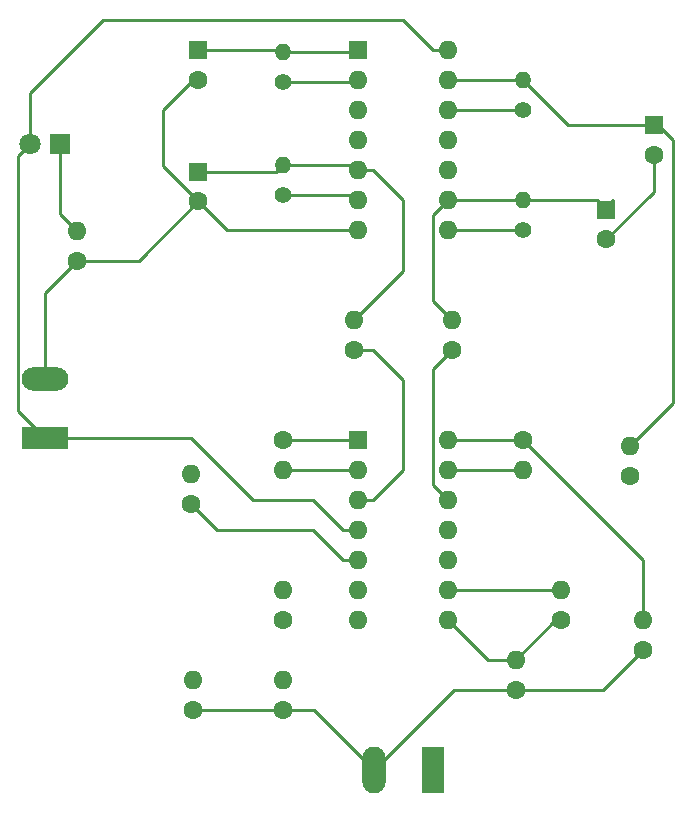
<source format=gbr>
%TF.GenerationSoftware,KiCad,Pcbnew,6.0.11+dfsg-1~bpo11+1*%
%TF.CreationDate,2023-11-18T19:09:39+01:00*%
%TF.ProjectId,lux106_001,6c757831-3036-45f3-9030-312e6b696361,rev?*%
%TF.SameCoordinates,Original*%
%TF.FileFunction,Copper,L1,Top*%
%TF.FilePolarity,Positive*%
%FSLAX46Y46*%
G04 Gerber Fmt 4.6, Leading zero omitted, Abs format (unit mm)*
G04 Created by KiCad (PCBNEW 6.0.11+dfsg-1~bpo11+1) date 2023-11-18 19:09:39*
%MOMM*%
%LPD*%
G01*
G04 APERTURE LIST*
%TA.AperFunction,ComponentPad*%
%ADD10C,1.400000*%
%TD*%
%TA.AperFunction,ComponentPad*%
%ADD11O,1.400000X1.400000*%
%TD*%
%TA.AperFunction,ComponentPad*%
%ADD12C,1.600000*%
%TD*%
%TA.AperFunction,ComponentPad*%
%ADD13O,1.600000X1.600000*%
%TD*%
%TA.AperFunction,ComponentPad*%
%ADD14R,3.960000X1.980000*%
%TD*%
%TA.AperFunction,ComponentPad*%
%ADD15O,3.960000X1.980000*%
%TD*%
%TA.AperFunction,ComponentPad*%
%ADD16R,1.600000X1.600000*%
%TD*%
%TA.AperFunction,ComponentPad*%
%ADD17R,1.800000X1.800000*%
%TD*%
%TA.AperFunction,ComponentPad*%
%ADD18C,1.800000*%
%TD*%
%TA.AperFunction,ComponentPad*%
%ADD19R,1.980000X3.960000*%
%TD*%
%TA.AperFunction,ComponentPad*%
%ADD20O,1.980000X3.960000*%
%TD*%
%TA.AperFunction,Conductor*%
%ADD21C,0.250000*%
%TD*%
G04 APERTURE END LIST*
D10*
%TO.P,R11,1*%
%TO.N,Net-(R11-Pad1)*%
X167640000Y-66040000D03*
D11*
%TO.P,R11,2*%
%TO.N,Net-(C3-Pad1)*%
X167640000Y-63500000D03*
%TD*%
D12*
%TO.P,R1,1*%
%TO.N,Net-(R1-Pad1)*%
X139519962Y-99401221D03*
D13*
%TO.P,R1,2*%
%TO.N,Net-(C1-Pad1)*%
X139519962Y-96861221D03*
%TD*%
D14*
%TO.P,BT1,1,+*%
%TO.N,VCC*%
X127185000Y-93810000D03*
D15*
%TO.P,BT1,2,-*%
%TO.N,Earth*%
X127185000Y-88810000D03*
%TD*%
D12*
%TO.P,R9,1*%
%TO.N,Net-(R9-Pad1)*%
X176718544Y-97030000D03*
D13*
%TO.P,R9,2*%
%TO.N,Net-(C3-Pad1)*%
X176718544Y-94490000D03*
%TD*%
D12*
%TO.P,R16,1*%
%TO.N,OUT*%
X167011380Y-115128681D03*
D13*
%TO.P,R16,2*%
%TO.N,Net-(R7-Pad1)*%
X167011380Y-112588681D03*
%TD*%
D16*
%TO.P,C4,1*%
%TO.N,Net-(C4-Pad1)*%
X174690000Y-74455580D03*
D12*
%TO.P,C4,2*%
%TO.N,Earth*%
X174690000Y-76955580D03*
%TD*%
D16*
%TO.P,U1,1*%
%TO.N,Net-(C1-Pad1)*%
X153680000Y-60955000D03*
D13*
%TO.P,U1,2*%
%TO.N,Net-(R6-Pad1)*%
X153680000Y-63495000D03*
%TO.P,U1,3*%
%TO.N,unconnected-(U1-Pad3)*%
X153680000Y-66035000D03*
%TO.P,U1,4*%
%TO.N,unconnected-(U1-Pad4)*%
X153680000Y-68575000D03*
%TO.P,U1,5*%
%TO.N,Net-(C2-Pad1)*%
X153680000Y-71115000D03*
%TO.P,U1,6*%
%TO.N,Net-(R4-Pad1)*%
X153680000Y-73655000D03*
%TO.P,U1,7,VSS*%
%TO.N,Earth*%
X153680000Y-76195000D03*
%TO.P,U1,8*%
%TO.N,Net-(R12-Pad1)*%
X161300000Y-76195000D03*
%TO.P,U1,9*%
%TO.N,Net-(C4-Pad1)*%
X161300000Y-73655000D03*
%TO.P,U1,10*%
%TO.N,unconnected-(U1-Pad10)*%
X161300000Y-71115000D03*
%TO.P,U1,11*%
%TO.N,unconnected-(U1-Pad11)*%
X161300000Y-68575000D03*
%TO.P,U1,12*%
%TO.N,Net-(R11-Pad1)*%
X161300000Y-66035000D03*
%TO.P,U1,13*%
%TO.N,Net-(C3-Pad1)*%
X161300000Y-63495000D03*
%TO.P,U1,14,VDD*%
%TO.N,VCC*%
X161300000Y-60955000D03*
%TD*%
D12*
%TO.P,R3,1*%
%TO.N,Net-(R3-Pad1)*%
X153310000Y-86360000D03*
D13*
%TO.P,R3,2*%
%TO.N,Net-(C2-Pad1)*%
X153310000Y-83820000D03*
%TD*%
D16*
%TO.P,C3,1*%
%TO.N,Net-(C3-Pad1)*%
X178717500Y-67290000D03*
D12*
%TO.P,C3,2*%
%TO.N,Earth*%
X178717500Y-69790000D03*
%TD*%
D16*
%TO.P,C1,1*%
%TO.N,Net-(C1-Pad1)*%
X140092500Y-60960000D03*
D12*
%TO.P,C1,2*%
%TO.N,Earth*%
X140092500Y-63460000D03*
%TD*%
D16*
%TO.P,C2,1*%
%TO.N,Net-(C2-Pad1)*%
X140140000Y-71248015D03*
D12*
%TO.P,C2,2*%
%TO.N,Earth*%
X140140000Y-73748015D03*
%TD*%
D17*
%TO.P,D1,1,K*%
%TO.N,Net-(D1-Pad1)*%
X128460064Y-68904392D03*
D18*
%TO.P,D1,2,A*%
%TO.N,VCC*%
X125920064Y-68904392D03*
%TD*%
D12*
%TO.P,R8,1*%
%TO.N,Net-(R8-Pad1)*%
X167640000Y-93980000D03*
D13*
%TO.P,R8,2*%
%TO.N,Net-(R8-Pad2)*%
X167640000Y-96520000D03*
%TD*%
D12*
%TO.P,R13,1*%
%TO.N,Earth*%
X129900000Y-78776728D03*
D13*
%TO.P,R13,2*%
%TO.N,Net-(D1-Pad1)*%
X129900000Y-76236728D03*
%TD*%
D12*
%TO.P,R7,1*%
%TO.N,Net-(R7-Pad1)*%
X170840000Y-109220000D03*
D13*
%TO.P,R7,2*%
%TO.N,Net-(R7-Pad2)*%
X170840000Y-106680000D03*
%TD*%
D10*
%TO.P,R6,1*%
%TO.N,Net-(R6-Pad1)*%
X147320000Y-63620000D03*
D11*
%TO.P,R6,2*%
%TO.N,Net-(C1-Pad1)*%
X147320000Y-61080000D03*
%TD*%
D10*
%TO.P,R4,1*%
%TO.N,Net-(R4-Pad1)*%
X147320000Y-73220000D03*
D11*
%TO.P,R4,2*%
%TO.N,Net-(C2-Pad1)*%
X147320000Y-70680000D03*
%TD*%
D12*
%TO.P,R2,1*%
%TO.N,Net-(R2-Pad1)*%
X147320000Y-93980000D03*
D13*
%TO.P,R2,2*%
%TO.N,Net-(R2-Pad2)*%
X147320000Y-96520000D03*
%TD*%
D16*
%TO.P,U2,1*%
%TO.N,Net-(R2-Pad1)*%
X153680000Y-93975000D03*
D13*
%TO.P,U2,2,-*%
%TO.N,Net-(R2-Pad2)*%
X153680000Y-96515000D03*
%TO.P,U2,3,+*%
%TO.N,Net-(R3-Pad1)*%
X153680000Y-99055000D03*
%TO.P,U2,4,V+*%
%TO.N,VCC*%
X153680000Y-101595000D03*
%TO.P,U2,5,+*%
%TO.N,Net-(R1-Pad1)*%
X153680000Y-104135000D03*
%TO.P,U2,6,-*%
%TO.N,Net-(R5-Pad2)*%
X153680000Y-106675000D03*
%TO.P,U2,7*%
%TO.N,Net-(R5-Pad1)*%
X153680000Y-109215000D03*
%TO.P,U2,8*%
%TO.N,Net-(R7-Pad1)*%
X161300000Y-109215000D03*
%TO.P,U2,9,-*%
%TO.N,Net-(R7-Pad2)*%
X161300000Y-106675000D03*
%TO.P,U2,10,+*%
%TO.N,Net-(R9-Pad1)*%
X161300000Y-104135000D03*
%TO.P,U2,11,V-*%
%TO.N,Earth*%
X161300000Y-101595000D03*
%TO.P,U2,12,+*%
%TO.N,Net-(R10-Pad1)*%
X161300000Y-99055000D03*
%TO.P,U2,13,-*%
%TO.N,Net-(R8-Pad2)*%
X161300000Y-96515000D03*
%TO.P,U2,14*%
%TO.N,Net-(R8-Pad1)*%
X161300000Y-93975000D03*
%TD*%
D12*
%TO.P,R10,1*%
%TO.N,Net-(R10-Pad1)*%
X161620000Y-86360000D03*
D13*
%TO.P,R10,2*%
%TO.N,Net-(C4-Pad1)*%
X161620000Y-83820000D03*
%TD*%
D12*
%TO.P,R14,1*%
%TO.N,OUT*%
X139700000Y-116840000D03*
D13*
%TO.P,R14,2*%
%TO.N,Net-(R2-Pad1)*%
X139700000Y-114300000D03*
%TD*%
D10*
%TO.P,R12,1*%
%TO.N,Net-(R12-Pad1)*%
X167640000Y-76200000D03*
D11*
%TO.P,R12,2*%
%TO.N,Net-(C4-Pad1)*%
X167640000Y-73660000D03*
%TD*%
D12*
%TO.P,R15,1*%
%TO.N,OUT*%
X147320000Y-116840000D03*
D13*
%TO.P,R15,2*%
%TO.N,Net-(R5-Pad1)*%
X147320000Y-114300000D03*
%TD*%
D12*
%TO.P,R5,1*%
%TO.N,Net-(R5-Pad1)*%
X147320000Y-109220000D03*
D13*
%TO.P,R5,2*%
%TO.N,Net-(R5-Pad2)*%
X147320000Y-106680000D03*
%TD*%
D19*
%TO.P,J1,1,Pin_1*%
%TO.N,Earth*%
X160020000Y-121920000D03*
D20*
%TO.P,J1,2,Pin_2*%
%TO.N,OUT*%
X155020000Y-121920000D03*
%TD*%
D12*
%TO.P,R17,1*%
%TO.N,OUT*%
X177800000Y-111760000D03*
D13*
%TO.P,R17,2*%
%TO.N,Net-(R8-Pad1)*%
X177800000Y-109220000D03*
%TD*%
D21*
%TO.N,Net-(C1-Pad1)*%
X153555000Y-61080000D02*
X153680000Y-60955000D01*
X140092500Y-60960000D02*
X147200000Y-60960000D01*
X147200000Y-60960000D02*
X147320000Y-61080000D01*
X147320000Y-61080000D02*
X153555000Y-61080000D01*
%TO.N,Net-(C2-Pad1)*%
X147320000Y-70680000D02*
X153245000Y-70680000D01*
X146751985Y-71248015D02*
X147320000Y-70680000D01*
X140140000Y-71248015D02*
X146751985Y-71248015D01*
X157480000Y-73660000D02*
X154935000Y-71115000D01*
X154935000Y-71115000D02*
X153680000Y-71115000D01*
X153245000Y-70680000D02*
X153680000Y-71115000D01*
X153310000Y-83820000D02*
X157480000Y-79650000D01*
X157480000Y-79650000D02*
X157480000Y-73660000D01*
%TO.N,Net-(C3-Pad1)*%
X179050000Y-67290000D02*
X180340000Y-68580000D01*
X178717500Y-67290000D02*
X171430000Y-67290000D01*
X167640000Y-63500000D02*
X161305000Y-63500000D01*
X176718544Y-94490000D02*
X180340000Y-90868544D01*
X161305000Y-63500000D02*
X161300000Y-63495000D01*
X178717500Y-67290000D02*
X179050000Y-67290000D01*
X171430000Y-67290000D02*
X167640000Y-63500000D01*
X180340000Y-90868544D02*
X180340000Y-68580000D01*
%TO.N,Net-(C4-Pad1)*%
X173894420Y-73660000D02*
X174690000Y-74455580D01*
X160020000Y-74935000D02*
X161300000Y-73655000D01*
X160020000Y-82220000D02*
X160020000Y-74935000D01*
X167640000Y-73660000D02*
X161305000Y-73660000D01*
X161305000Y-73660000D02*
X161300000Y-73655000D01*
X174690000Y-74455580D02*
X174690000Y-74230000D01*
X161620000Y-83820000D02*
X160020000Y-82220000D01*
X174690000Y-74230000D02*
X175260000Y-73660000D01*
X167640000Y-73660000D02*
X173894420Y-73660000D01*
%TO.N,OUT*%
X139700000Y-116840000D02*
X147320000Y-116840000D01*
X167011380Y-115128681D02*
X174431319Y-115128681D01*
X161811319Y-115128681D02*
X167011380Y-115128681D01*
X149940000Y-116840000D02*
X155020000Y-121920000D01*
X174431319Y-115128681D02*
X177800000Y-111760000D01*
X147320000Y-116840000D02*
X149940000Y-116840000D01*
X155020000Y-121920000D02*
X161811319Y-115128681D01*
%TO.N,Net-(R2-Pad2)*%
X153675000Y-96520000D02*
X153680000Y-96515000D01*
X147320000Y-96520000D02*
X153675000Y-96520000D01*
%TO.N,Net-(R3-Pad1)*%
X154945000Y-99055000D02*
X153680000Y-99055000D01*
X154940000Y-86360000D02*
X157480000Y-88900000D01*
X157480000Y-96520000D02*
X154945000Y-99055000D01*
X153310000Y-86360000D02*
X154940000Y-86360000D01*
X157480000Y-88900000D02*
X157480000Y-96520000D01*
%TO.N,Net-(R1-Pad1)*%
X152395000Y-104135000D02*
X153680000Y-104135000D01*
X149860000Y-101600000D02*
X152395000Y-104135000D01*
X139519962Y-99401221D02*
X141718741Y-101600000D01*
X141718741Y-101600000D02*
X149860000Y-101600000D01*
%TO.N,Net-(R4-Pad1)*%
X147320000Y-73220000D02*
X153245000Y-73220000D01*
X153245000Y-73220000D02*
X153680000Y-73655000D01*
%TO.N,VCC*%
X125920064Y-68904392D02*
X124880000Y-69944456D01*
X124880000Y-69944456D02*
X124880000Y-91505000D01*
X127185000Y-93810000D02*
X139530000Y-93810000D01*
X132080000Y-58420000D02*
X157480000Y-58420000D01*
X125920064Y-64579936D02*
X132080000Y-58420000D01*
X139530000Y-93810000D02*
X144780000Y-99060000D01*
X152395000Y-101595000D02*
X153680000Y-101595000D01*
X157480000Y-58420000D02*
X160015000Y-60955000D01*
X125920064Y-68904392D02*
X125920064Y-64579936D01*
X149860000Y-99060000D02*
X152395000Y-101595000D01*
X160015000Y-60955000D02*
X161300000Y-60955000D01*
X124880000Y-91505000D02*
X127185000Y-93810000D01*
X144780000Y-99060000D02*
X149860000Y-99060000D01*
%TO.N,Net-(R6-Pad1)*%
X153555000Y-63620000D02*
X153680000Y-63495000D01*
X147320000Y-63620000D02*
X153555000Y-63620000D01*
%TO.N,Earth*%
X135111287Y-78776728D02*
X140140000Y-73748015D01*
X127185000Y-81491728D02*
X129900000Y-78776728D01*
X174690000Y-76955580D02*
X178717500Y-72928080D01*
X129900000Y-78776728D02*
X135111287Y-78776728D01*
X178717500Y-72928080D02*
X178717500Y-69790000D01*
X127185000Y-88810000D02*
X127185000Y-81491728D01*
X140140000Y-73748015D02*
X142586985Y-76195000D01*
X142586985Y-76195000D02*
X153680000Y-76195000D01*
X137160000Y-70768015D02*
X137160000Y-66040000D01*
X140140000Y-73748015D02*
X137160000Y-70768015D01*
X137160000Y-66040000D02*
X139700000Y-63500000D01*
%TO.N,Net-(R7-Pad2)*%
X170835000Y-106675000D02*
X170840000Y-106680000D01*
X161300000Y-106675000D02*
X170835000Y-106675000D01*
%TO.N,Net-(R8-Pad2)*%
X161305000Y-96520000D02*
X161300000Y-96515000D01*
X167640000Y-96520000D02*
X161305000Y-96520000D01*
%TO.N,Net-(R10-Pad1)*%
X160020000Y-87960000D02*
X160020000Y-97775000D01*
X161620000Y-86360000D02*
X160020000Y-87960000D01*
X160020000Y-97775000D02*
X161300000Y-99055000D01*
%TO.N,Net-(R11-Pad1)*%
X167640000Y-66040000D02*
X161305000Y-66040000D01*
X161305000Y-66040000D02*
X161300000Y-66035000D01*
%TO.N,Net-(R12-Pad1)*%
X167635000Y-76195000D02*
X167640000Y-76200000D01*
X161300000Y-76195000D02*
X167635000Y-76195000D01*
%TO.N,Net-(D1-Pad1)*%
X128460064Y-68904392D02*
X128460064Y-74796792D01*
X128460064Y-74796792D02*
X129900000Y-76236728D01*
%TO.N,Net-(R2-Pad1)*%
X147320000Y-93980000D02*
X153675000Y-93980000D01*
X153675000Y-93980000D02*
X153680000Y-93975000D01*
%TO.N,Net-(R7-Pad1)*%
X167011380Y-112588681D02*
X170380061Y-109220000D01*
X164673681Y-112588681D02*
X161300000Y-109215000D01*
X170380061Y-109220000D02*
X170840000Y-109220000D01*
X167011380Y-112588681D02*
X164673681Y-112588681D01*
%TO.N,Net-(R8-Pad1)*%
X177800000Y-104140000D02*
X177800000Y-109220000D01*
X167640000Y-93980000D02*
X177800000Y-104140000D01*
X167635000Y-93975000D02*
X167640000Y-93980000D01*
X161300000Y-93975000D02*
X167635000Y-93975000D01*
%TD*%
M02*

</source>
